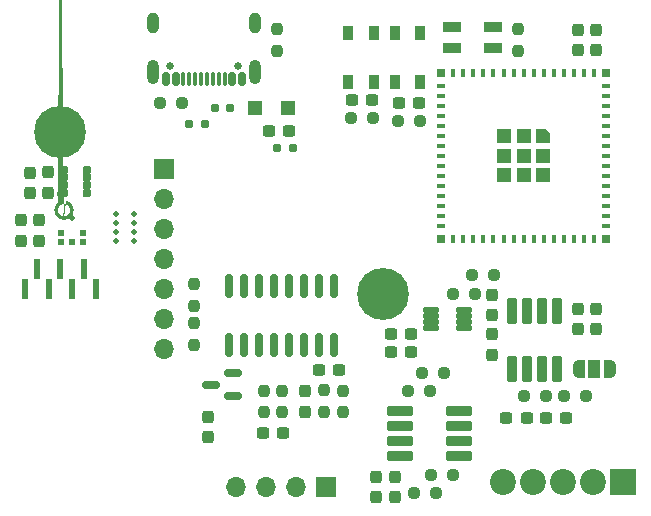
<source format=gts>
G04 #@! TF.GenerationSoftware,KiCad,Pcbnew,8.0.5*
G04 #@! TF.CreationDate,2024-10-21T14:29:00+02:00*
G04 #@! TF.ProjectId,Slave,536c6176-652e-46b6-9963-61645f706362,rev?*
G04 #@! TF.SameCoordinates,Original*
G04 #@! TF.FileFunction,Soldermask,Top*
G04 #@! TF.FilePolarity,Negative*
%FSLAX46Y46*%
G04 Gerber Fmt 4.6, Leading zero omitted, Abs format (unit mm)*
G04 Created by KiCad (PCBNEW 8.0.5) date 2024-10-21 14:29:00*
%MOMM*%
%LPD*%
G01*
G04 APERTURE LIST*
G04 Aperture macros list*
%AMRoundRect*
0 Rectangle with rounded corners*
0 $1 Rounding radius*
0 $2 $3 $4 $5 $6 $7 $8 $9 X,Y pos of 4 corners*
0 Add a 4 corners polygon primitive as box body*
4,1,4,$2,$3,$4,$5,$6,$7,$8,$9,$2,$3,0*
0 Add four circle primitives for the rounded corners*
1,1,$1+$1,$2,$3*
1,1,$1+$1,$4,$5*
1,1,$1+$1,$6,$7*
1,1,$1+$1,$8,$9*
0 Add four rect primitives between the rounded corners*
20,1,$1+$1,$2,$3,$4,$5,0*
20,1,$1+$1,$4,$5,$6,$7,0*
20,1,$1+$1,$6,$7,$8,$9,0*
20,1,$1+$1,$8,$9,$2,$3,0*%
%AMOutline5P*
0 Free polygon, 5 corners , with rotation*
0 The origin of the aperture is its center*
0 number of corners: always 5*
0 $1 to $10 corner X, Y*
0 $11 Rotation angle, in degrees counterclockwise*
0 create outline with 5 corners*
4,1,5,$1,$2,$3,$4,$5,$6,$7,$8,$9,$10,$1,$2,$11*%
%AMOutline6P*
0 Free polygon, 6 corners , with rotation*
0 The origin of the aperture is its center*
0 number of corners: always 6*
0 $1 to $12 corner X, Y*
0 $13 Rotation angle, in degrees counterclockwise*
0 create outline with 6 corners*
4,1,6,$1,$2,$3,$4,$5,$6,$7,$8,$9,$10,$11,$12,$1,$2,$13*%
%AMOutline7P*
0 Free polygon, 7 corners , with rotation*
0 The origin of the aperture is its center*
0 number of corners: always 7*
0 $1 to $14 corner X, Y*
0 $15 Rotation angle, in degrees counterclockwise*
0 create outline with 7 corners*
4,1,7,$1,$2,$3,$4,$5,$6,$7,$8,$9,$10,$11,$12,$13,$14,$1,$2,$15*%
%AMOutline8P*
0 Free polygon, 8 corners , with rotation*
0 The origin of the aperture is its center*
0 number of corners: always 8*
0 $1 to $16 corner X, Y*
0 $17 Rotation angle, in degrees counterclockwise*
0 create outline with 8 corners*
4,1,8,$1,$2,$3,$4,$5,$6,$7,$8,$9,$10,$11,$12,$13,$14,$15,$16,$1,$2,$17*%
%AMFreePoly0*
4,1,19,0.550000,-0.750000,0.000000,-0.750000,0.000000,-0.744911,-0.071157,-0.744911,-0.207708,-0.704816,-0.327430,-0.627875,-0.420627,-0.520320,-0.479746,-0.390866,-0.500000,-0.250000,-0.500000,0.250000,-0.479746,0.390866,-0.420627,0.520320,-0.327430,0.627875,-0.207708,0.704816,-0.071157,0.744911,0.000000,0.744911,0.000000,0.750000,0.550000,0.750000,0.550000,-0.750000,0.550000,-0.750000,
$1*%
%AMFreePoly1*
4,1,19,0.000000,0.744911,0.071157,0.744911,0.207708,0.704816,0.327430,0.627875,0.420627,0.520320,0.479746,0.390866,0.500000,0.250000,0.500000,-0.250000,0.479746,-0.390866,0.420627,-0.520320,0.327430,-0.627875,0.207708,-0.704816,0.071157,-0.744911,0.000000,-0.744911,0.000000,-0.750000,-0.550000,-0.750000,-0.550000,0.750000,0.000000,0.750000,0.000000,0.744911,0.000000,0.744911,
$1*%
%AMFreePoly2*
4,1,53,0.180798,1.454629,0.352531,1.394537,0.506585,1.297738,0.635238,1.169085,0.732037,1.015031,0.792129,0.843298,0.812500,0.662500,0.792129,0.481702,0.732037,0.309969,0.635238,0.155915,0.506585,0.027262,0.352531,-0.069537,0.180798,-0.129629,0.000000,-0.150000,-0.180798,-0.129629,-0.352531,-0.069537,-0.506585,0.027262,-0.635238,0.155915,-0.732037,0.309969,-0.792129,0.481702,
-0.812500,0.662500,-0.517770,0.662500,-0.496797,0.516627,-0.435576,0.382572,-0.339067,0.271196,-0.215089,0.191520,-0.073686,0.150000,0.073686,0.150000,0.215089,0.191520,0.339067,0.271196,0.435576,0.382572,0.496797,0.516627,0.517770,0.662500,0.496797,0.808373,0.435576,0.942428,0.339067,1.053804,0.215089,1.133480,0.073686,1.175000,-0.073686,1.175000,-0.215089,1.133480,
-0.339067,1.053804,-0.435576,0.942428,-0.496797,0.808373,-0.517770,0.662500,-0.812500,0.662500,-0.792129,0.843298,-0.732037,1.015031,-0.635238,1.169085,-0.506585,1.297738,-0.352531,1.394537,-0.180798,1.454629,0.000000,1.475000,0.180798,1.454629,0.180798,1.454629,$1*%
G04 Aperture macros list end*
%ADD10R,1.700000X1.700000*%
%ADD11O,1.700000X1.700000*%
%ADD12RoundRect,0.237500X0.250000X0.237500X-0.250000X0.237500X-0.250000X-0.237500X0.250000X-0.237500X0*%
%ADD13C,0.500000*%
%ADD14RoundRect,0.237500X-0.300000X-0.237500X0.300000X-0.237500X0.300000X0.237500X-0.300000X0.237500X0*%
%ADD15RoundRect,0.237500X-0.237500X0.300000X-0.237500X-0.300000X0.237500X-0.300000X0.237500X0.300000X0*%
%ADD16RoundRect,0.237500X0.300000X0.237500X-0.300000X0.237500X-0.300000X-0.237500X0.300000X-0.237500X0*%
%ADD17RoundRect,0.237500X0.237500X-0.250000X0.237500X0.250000X-0.237500X0.250000X-0.237500X-0.250000X0*%
%ADD18C,0.650000*%
%ADD19RoundRect,0.150000X0.150000X0.425000X-0.150000X0.425000X-0.150000X-0.425000X0.150000X-0.425000X0*%
%ADD20RoundRect,0.075000X0.075000X0.500000X-0.075000X0.500000X-0.075000X-0.500000X0.075000X-0.500000X0*%
%ADD21O,1.000000X2.100000*%
%ADD22O,1.000000X1.800000*%
%ADD23RoundRect,0.237500X0.237500X-0.300000X0.237500X0.300000X-0.237500X0.300000X-0.237500X-0.300000X0*%
%ADD24RoundRect,0.150000X0.587500X0.150000X-0.587500X0.150000X-0.587500X-0.150000X0.587500X-0.150000X0*%
%ADD25RoundRect,0.059250X0.602750X0.177750X-0.602750X0.177750X-0.602750X-0.177750X0.602750X-0.177750X0*%
%ADD26R,2.200000X2.200000*%
%ADD27C,2.200000*%
%ADD28FreePoly0,0.000000*%
%ADD29R,1.000000X1.500000*%
%ADD30FreePoly1,0.000000*%
%ADD31R,0.600000X0.522000*%
%ADD32FreePoly2,270.000000*%
%ADD33RoundRect,0.237500X-0.250000X-0.237500X0.250000X-0.237500X0.250000X0.237500X-0.250000X0.237500X0*%
%ADD34R,0.600000X1.750000*%
%ADD35RoundRect,0.100500X0.986500X0.301500X-0.986500X0.301500X-0.986500X-0.301500X0.986500X-0.301500X0*%
%ADD36RoundRect,0.102000X0.325000X-0.525000X0.325000X0.525000X-0.325000X0.525000X-0.325000X-0.525000X0*%
%ADD37RoundRect,0.150000X0.150000X-0.850000X0.150000X0.850000X-0.150000X0.850000X-0.150000X-0.850000X0*%
%ADD38R,0.400000X0.800000*%
%ADD39R,0.800000X0.400000*%
%ADD40Outline5P,-0.600000X0.204000X-0.204000X0.600000X0.600000X0.600000X0.600000X-0.600000X-0.600000X-0.600000X270.000000*%
%ADD41R,1.200000X1.200000*%
%ADD42R,0.800000X0.800000*%
%ADD43C,0.700000*%
%ADD44C,4.400000*%
%ADD45RoundRect,0.100500X-0.301500X0.986500X-0.301500X-0.986500X0.301500X-0.986500X0.301500X0.986500X0*%
%ADD46RoundRect,0.102000X0.240000X0.200000X-0.240000X0.200000X-0.240000X-0.200000X0.240000X-0.200000X0*%
%ADD47RoundRect,0.102000X-0.325000X0.525000X-0.325000X-0.525000X0.325000X-0.525000X0.325000X0.525000X0*%
%ADD48R,1.600000X0.850000*%
%ADD49RoundRect,0.102000X-0.240000X-0.200000X0.240000X-0.200000X0.240000X0.200000X-0.240000X0.200000X0*%
%ADD50RoundRect,0.081750X-0.265250X-0.245250X0.265250X-0.245250X0.265250X0.245250X-0.265250X0.245250X0*%
G04 APERTURE END LIST*
D10*
X34798000Y-52324000D03*
D11*
X34798000Y-54864000D03*
X34798000Y-57404000D03*
X34798000Y-59944000D03*
X34798000Y-62484000D03*
X34798000Y-65024000D03*
X34798000Y-67564000D03*
D12*
X61142500Y-62880000D03*
X59317500Y-62880000D03*
D13*
X30750000Y-56900000D03*
D14*
X67163500Y-73365500D03*
X68888500Y-73365500D03*
D15*
X62611000Y-62945000D03*
X62611000Y-64670000D03*
D16*
X49630500Y-69342000D03*
X47905500Y-69342000D03*
X56412500Y-46736000D03*
X54687500Y-46736000D03*
D15*
X52762000Y-78385500D03*
X52762000Y-80110500D03*
D17*
X44390000Y-42312500D03*
X44390000Y-40487500D03*
D13*
X32250000Y-58400000D03*
D15*
X22724000Y-56649600D03*
X22724000Y-58374600D03*
D18*
X41092000Y-43629000D03*
X35312000Y-43629000D03*
D19*
X41402000Y-44704000D03*
X40602000Y-44704000D03*
D20*
X39452000Y-44704000D03*
X38452000Y-44704000D03*
X37952000Y-44704000D03*
X36952000Y-44704000D03*
D19*
X35802000Y-44704000D03*
X35002000Y-44704000D03*
X35002000Y-44704000D03*
X35802000Y-44704000D03*
D20*
X36452000Y-44704000D03*
X37452000Y-44704000D03*
X38952000Y-44704000D03*
X39952000Y-44704000D03*
D19*
X40602000Y-44704000D03*
X41402000Y-44704000D03*
D21*
X42522000Y-44129000D03*
D22*
X42522000Y-39949000D03*
D21*
X33882000Y-44129000D03*
D22*
X33882000Y-39949000D03*
D14*
X50699500Y-46482000D03*
X52424500Y-46482000D03*
D15*
X23448000Y-52645500D03*
X23448000Y-54370500D03*
D23*
X71374000Y-65886500D03*
X71374000Y-64161500D03*
D12*
X62732500Y-61270000D03*
X60907500Y-61270000D03*
D24*
X40662500Y-71512000D03*
X40662500Y-69612000D03*
X38787500Y-70562000D03*
D25*
X60206000Y-65774000D03*
X60206000Y-65274000D03*
X60206000Y-64774000D03*
X60206000Y-64274000D03*
X57396000Y-64274000D03*
X57396000Y-64774000D03*
X57396000Y-65274000D03*
X57396000Y-65774000D03*
D26*
X73660000Y-78770000D03*
D27*
X71120000Y-78770000D03*
X68580000Y-78770000D03*
X66040000Y-78770000D03*
X63500000Y-78770000D03*
D28*
X69947000Y-69215000D03*
D29*
X71247000Y-69215000D03*
D30*
X72547000Y-69215000D03*
D12*
X67160500Y-71501000D03*
X65335500Y-71501000D03*
D13*
X32250000Y-56150000D03*
D15*
X54356000Y-78385500D03*
X54356000Y-80110500D03*
D10*
X48504000Y-79248000D03*
D11*
X45964000Y-79248000D03*
X43424000Y-79248000D03*
X40884000Y-79248000D03*
D13*
X27042000Y-56440000D03*
D31*
X27942000Y-58514000D03*
X27942000Y-57692000D03*
D32*
X26379500Y-56440000D03*
D31*
X26142000Y-57692000D03*
X26142000Y-58514000D03*
X27042000Y-58514000D03*
D33*
X55983500Y-79756000D03*
X57808500Y-79756000D03*
D34*
X23042000Y-62484000D03*
X24042000Y-60734000D03*
X25042000Y-62484000D03*
X26042000Y-60734000D03*
X27042000Y-62484000D03*
X28042000Y-60734000D03*
X29042000Y-62484000D03*
D16*
X65522500Y-73400000D03*
X63797500Y-73400000D03*
D35*
X59765000Y-76635000D03*
X59765000Y-75365000D03*
X59765000Y-74095000D03*
X59765000Y-72825000D03*
X54825000Y-72825000D03*
X54825000Y-74095000D03*
X54825000Y-75365000D03*
X54825000Y-76635000D03*
D13*
X30750000Y-57650000D03*
D12*
X36332500Y-46736000D03*
X34507500Y-46736000D03*
D36*
X54356000Y-44958000D03*
X54356000Y-40808000D03*
X56506000Y-44958000D03*
X56506000Y-40808000D03*
D17*
X37338000Y-63904500D03*
X37338000Y-62079500D03*
D37*
X40360000Y-67220000D03*
X41630000Y-67220000D03*
X42900000Y-67220000D03*
X44170000Y-67220000D03*
X45440000Y-67220000D03*
X46710000Y-67220000D03*
X47980000Y-67220000D03*
X49250000Y-67220000D03*
X49250000Y-62220000D03*
X47980000Y-62220000D03*
X46710000Y-62220000D03*
X45440000Y-62220000D03*
X44170000Y-62220000D03*
X42900000Y-62220000D03*
X41630000Y-62220000D03*
X40360000Y-62220000D03*
D38*
X71218000Y-44196000D03*
X70368000Y-44196000D03*
X69518000Y-44196000D03*
X68668000Y-44196000D03*
X67818000Y-44196000D03*
X66968000Y-44196000D03*
X66118000Y-44196000D03*
X65268000Y-44196000D03*
X64418000Y-44196000D03*
X63568000Y-44196000D03*
X62718000Y-44196000D03*
X61868000Y-44196000D03*
X61018000Y-44196000D03*
X60168000Y-44196000D03*
X59318000Y-44196000D03*
D39*
X58268000Y-45246000D03*
X58268000Y-46096000D03*
X58268000Y-46946000D03*
X58268000Y-47796000D03*
X58268000Y-48646000D03*
X58268000Y-49496000D03*
X58268000Y-50346000D03*
X58268000Y-51196000D03*
X58268000Y-52046000D03*
X58268000Y-52896000D03*
X58268000Y-53746000D03*
X58268000Y-54596000D03*
X58268000Y-55446000D03*
X58268000Y-56296000D03*
X58268000Y-57146000D03*
D38*
X59318000Y-58196000D03*
X60168000Y-58196000D03*
X61018000Y-58196000D03*
X61868000Y-58196000D03*
X62718000Y-58196000D03*
X63568000Y-58196000D03*
X64418000Y-58196000D03*
X65268000Y-58196000D03*
X66118000Y-58196000D03*
X66968000Y-58196000D03*
X67818000Y-58196000D03*
X68668000Y-58196000D03*
X69518000Y-58196000D03*
X70368000Y-58196000D03*
X71218000Y-58196000D03*
D39*
X72268000Y-57146000D03*
X72268000Y-56296000D03*
X72268000Y-55446000D03*
X72268000Y-54596000D03*
X72268000Y-53746000D03*
X72268000Y-52896000D03*
X72268000Y-52046000D03*
X72268000Y-51196000D03*
X72268000Y-50346000D03*
X72268000Y-49496000D03*
X72268000Y-48646000D03*
X72268000Y-47796000D03*
X72268000Y-46946000D03*
X72268000Y-46096000D03*
X72268000Y-45246000D03*
D40*
X66918000Y-49546000D03*
D41*
X65268000Y-49546000D03*
X63618000Y-49546000D03*
X66918000Y-51196000D03*
X65268000Y-51196000D03*
X63618000Y-51196000D03*
X66918000Y-52846000D03*
X65268000Y-52846000D03*
X63618000Y-52846000D03*
D42*
X72268000Y-44196000D03*
X58268000Y-44196000D03*
X58268000Y-58196000D03*
X72268000Y-58196000D03*
D15*
X46736000Y-71127500D03*
X46736000Y-72852500D03*
D16*
X45415096Y-49066380D03*
X43690096Y-49066380D03*
D17*
X64770000Y-42314500D03*
X64770000Y-40489500D03*
D14*
X43180500Y-74626000D03*
X44905500Y-74626000D03*
D43*
X24350000Y-49150000D03*
X24833274Y-47983274D03*
X24833274Y-50316726D03*
X26000000Y-47500000D03*
D44*
X26000000Y-49150000D03*
D43*
X26000000Y-50800000D03*
X27166726Y-47983274D03*
X27166726Y-50316726D03*
X27650000Y-49150000D03*
D45*
X68072000Y-64332000D03*
X66802000Y-64332000D03*
X65532000Y-64332000D03*
X64262000Y-64332000D03*
X64262000Y-69272000D03*
X65532000Y-69272000D03*
X66802000Y-69272000D03*
X68072000Y-69272000D03*
D33*
X68683500Y-71501000D03*
X70508500Y-71501000D03*
D41*
X45342000Y-47130000D03*
X42542000Y-47130000D03*
D23*
X71374000Y-42264500D03*
X71374000Y-40539500D03*
D13*
X30750000Y-58400000D03*
D46*
X40422553Y-47133701D03*
X39102553Y-47133701D03*
D17*
X37338000Y-67206500D03*
X37338000Y-65381500D03*
D23*
X69850000Y-65886500D03*
X69850000Y-64161500D03*
D17*
X48366441Y-72887568D03*
X48366441Y-71062568D03*
X43281000Y-72895000D03*
X43281000Y-71070000D03*
D15*
X24248000Y-56649600D03*
X24248000Y-58374600D03*
D13*
X32250000Y-57650000D03*
D16*
X55726500Y-66294000D03*
X54001500Y-66294000D03*
D13*
X30750000Y-56150000D03*
X32250000Y-56900000D03*
D33*
X54637500Y-48260000D03*
X56462500Y-48260000D03*
D17*
X44805000Y-72895000D03*
X44805000Y-71070000D03*
D15*
X38582000Y-73295500D03*
X38582000Y-75020500D03*
D33*
X55475500Y-71120000D03*
X57300500Y-71120000D03*
X56685329Y-69565453D03*
X58510329Y-69565453D03*
D47*
X52578000Y-40808000D03*
X52578000Y-44958000D03*
X50428000Y-40808000D03*
X50428000Y-44958000D03*
D48*
X59210000Y-40273000D03*
X59210000Y-42023000D03*
X62710000Y-42023000D03*
X62710000Y-40273000D03*
D15*
X25010000Y-52604500D03*
X25010000Y-54329500D03*
D49*
X44388938Y-50539396D03*
X45708938Y-50539396D03*
D50*
X28266000Y-52365000D03*
X28266000Y-53015000D03*
X28266000Y-53665000D03*
X28266000Y-54315000D03*
X26326000Y-54315000D03*
X26326000Y-53665000D03*
X26326000Y-53015000D03*
X26326000Y-52365000D03*
D17*
X49988511Y-72888203D03*
X49988511Y-71063203D03*
D12*
X59290000Y-78232000D03*
X57465000Y-78232000D03*
D23*
X69850000Y-42264500D03*
X69850000Y-40539500D03*
D14*
X54001500Y-67818000D03*
X55726500Y-67818000D03*
D15*
X62611000Y-66320500D03*
X62611000Y-68045500D03*
D43*
X51690000Y-62865000D03*
X52173274Y-61698274D03*
X52173274Y-64031726D03*
X53340000Y-61215000D03*
D44*
X53340000Y-62865000D03*
D43*
X53340000Y-64515000D03*
X54506726Y-61698274D03*
X54506726Y-64031726D03*
X54990000Y-62865000D03*
D12*
X52474500Y-48006000D03*
X50649500Y-48006000D03*
D49*
X36940000Y-48514000D03*
X38260000Y-48514000D03*
M02*

</source>
